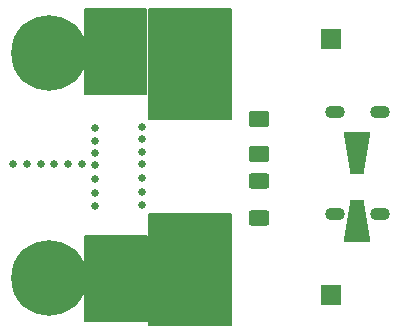
<source format=gbr>
%TF.GenerationSoftware,KiCad,Pcbnew,8.0.5*%
%TF.CreationDate,2024-10-20T11:11:32-05:00*%
%TF.ProjectId,Banana to USB-C Adapter v3,42616e61-6e61-4207-946f-205553422d43,2*%
%TF.SameCoordinates,Original*%
%TF.FileFunction,Soldermask,Bot*%
%TF.FilePolarity,Negative*%
%FSLAX46Y46*%
G04 Gerber Fmt 4.6, Leading zero omitted, Abs format (unit mm)*
G04 Created by KiCad (PCBNEW 8.0.5) date 2024-10-20 11:11:32*
%MOMM*%
%LPD*%
G01*
G04 APERTURE LIST*
G04 Aperture macros list*
%AMRoundRect*
0 Rectangle with rounded corners*
0 $1 Rounding radius*
0 $2 $3 $4 $5 $6 $7 $8 $9 X,Y pos of 4 corners*
0 Add a 4 corners polygon primitive as box body*
4,1,4,$2,$3,$4,$5,$6,$7,$8,$9,$2,$3,0*
0 Add four circle primitives for the rounded corners*
1,1,$1+$1,$2,$3*
1,1,$1+$1,$4,$5*
1,1,$1+$1,$6,$7*
1,1,$1+$1,$8,$9*
0 Add four rect primitives between the rounded corners*
20,1,$1+$1,$2,$3,$4,$5,0*
20,1,$1+$1,$4,$5,$6,$7,0*
20,1,$1+$1,$6,$7,$8,$9,0*
20,1,$1+$1,$8,$9,$2,$3,0*%
%AMOutline4P*
0 Free polygon, 4 corners , with rotation*
0 The origin of the aperture is its center*
0 number of corners: always 4*
0 $1 to $8 corner X, Y*
0 $9 Rotation angle, in degrees counterclockwise*
0 create outline with 4 corners*
4,1,4,$1,$2,$3,$4,$5,$6,$7,$8,$1,$2,$9*%
G04 Aperture macros list end*
%ADD10C,0.150000*%
%ADD11C,0.635000*%
%ADD12R,1.700000X1.700000*%
%ADD13C,0.800000*%
%ADD14C,6.400000*%
%ADD15O,1.700000X1.100000*%
%ADD16RoundRect,0.250000X0.625000X-0.400000X0.625000X0.400000X-0.625000X0.400000X-0.625000X-0.400000X0*%
%ADD17Outline4P,-1.800000X-1.150000X1.800000X-0.550000X1.800000X0.550000X-1.800000X1.150000X90.000000*%
%ADD18Outline4P,-1.800000X-1.150000X1.800000X-0.550000X1.800000X0.550000X-1.800000X1.150000X270.000000*%
%ADD19RoundRect,0.250001X-0.624999X0.462499X-0.624999X-0.462499X0.624999X-0.462499X0.624999X0.462499X0*%
G04 APERTURE END LIST*
D10*
X132050000Y-86168600D02*
X137249800Y-86168600D01*
X137249800Y-93331400D01*
X132050000Y-93331400D01*
X132050000Y-86168600D01*
G36*
X132050000Y-86168600D02*
G01*
X137249800Y-86168600D01*
X137249800Y-93331400D01*
X132050000Y-93331400D01*
X132050000Y-86168600D01*
G37*
X132075000Y-105368600D02*
X137274800Y-105368600D01*
X137274800Y-112531400D01*
X132075000Y-112531400D01*
X132075000Y-105368600D01*
G36*
X132075000Y-105368600D02*
G01*
X137274800Y-105368600D01*
X137274800Y-112531400D01*
X132075000Y-112531400D01*
X132075000Y-105368600D01*
G37*
X137477600Y-103516000D02*
X144422400Y-103516000D01*
X144422400Y-112925000D01*
X137477600Y-112925000D01*
X137477600Y-103516000D01*
G36*
X137477600Y-103516000D02*
G01*
X144422400Y-103516000D01*
X144422400Y-112925000D01*
X137477600Y-112925000D01*
X137477600Y-103516000D01*
G37*
X137439400Y-86133000D02*
X144424200Y-86133000D01*
X144424200Y-95511000D01*
X137439400Y-95511000D01*
X137439400Y-86133000D01*
G36*
X137439400Y-86133000D02*
G01*
X144424200Y-86133000D01*
X144424200Y-95511000D01*
X137439400Y-95511000D01*
X137439400Y-86133000D01*
G37*
D11*
%TO.C,*%
X136890000Y-96122884D03*
%TD*%
%TO.C,REF\u002A\u002A*%
X132891494Y-99346800D03*
%TD*%
D12*
%TO.C,J3*%
X152882600Y-88671400D03*
%TD*%
D11*
%TO.C,REF\u002A\u002A*%
X132891494Y-102853108D03*
%TD*%
D13*
%TO.C,H1*%
X126600138Y-108968250D03*
X127303082Y-107271194D03*
X127303082Y-110665306D03*
X129000138Y-106568250D03*
D14*
X129000138Y-108968250D03*
D13*
X129000138Y-111368250D03*
X130697194Y-107271194D03*
X130697194Y-110665306D03*
X131400138Y-108968250D03*
%TD*%
D11*
%TO.C,REF\u002A\u002A*%
X132891494Y-96228040D03*
%TD*%
%TO.C,REF\u002A\u002A*%
X128300000Y-99290000D03*
%TD*%
%TO.C,REF\u002A\u002A*%
X127138494Y-99290000D03*
%TD*%
%TO.C,REF\u002A\u002A*%
X129461506Y-99290000D03*
%TD*%
D12*
%TO.C,J2*%
X152882600Y-110337600D03*
%TD*%
D11*
%TO.C,REF\u002A\u002A*%
X130623012Y-99290000D03*
%TD*%
%TO.C,REF\u002A\u002A*%
X132891494Y-100580156D03*
%TD*%
D15*
%TO.C,J1*%
X153190000Y-103480000D03*
X156990000Y-103480000D03*
X153190000Y-94840000D03*
X156990000Y-94840000D03*
%TD*%
D11*
%TO.C,REF\u002A\u002A*%
X131784518Y-99290000D03*
%TD*%
%TO.C,*%
X136890000Y-102747952D03*
%TD*%
%TO.C,REF\u002A\u002A*%
X125976988Y-99290000D03*
%TD*%
D13*
%TO.C,H2*%
X126600138Y-89918250D03*
X127303082Y-88221194D03*
X127303082Y-91615306D03*
X129000138Y-87518250D03*
D14*
X129000138Y-89918250D03*
D13*
X129000138Y-92318250D03*
X130697194Y-88221194D03*
X130697194Y-91615306D03*
X131400138Y-89918250D03*
%TD*%
D11*
%TO.C,*%
X136890000Y-97194764D03*
%TD*%
%TO.C,REF\u002A\u002A*%
X132891494Y-97299920D03*
%TD*%
%TO.C,*%
X136890000Y-99313124D03*
%TD*%
%TO.C,*%
X136890000Y-101611476D03*
%TD*%
%TO.C,REF\u002A\u002A*%
X132891494Y-101716632D03*
%TD*%
%TO.C,*%
X136890000Y-98266644D03*
%TD*%
%TO.C,REF\u002A\u002A*%
X132891494Y-98371800D03*
%TD*%
%TO.C,*%
X136890000Y-100475000D03*
%TD*%
D16*
%TO.C,R2*%
X146790000Y-103820000D03*
X146790000Y-100720000D03*
%TD*%
D17*
%TO.C,D3*%
X155067000Y-104119000D03*
D18*
X155067000Y-98319000D03*
%TD*%
D19*
%TO.C,D2*%
X146790000Y-95432500D03*
X146790000Y-98407500D03*
%TD*%
M02*

</source>
